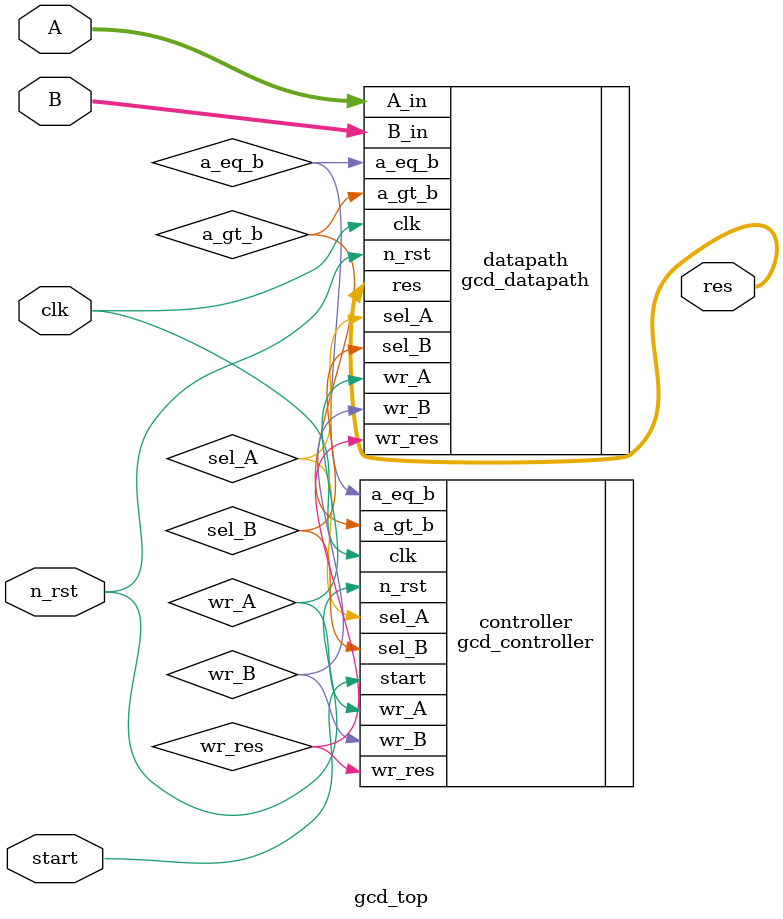
<source format=v>
`timescale 1ns / 1ps


module gcd_top
#(parameter N =32)(
    input clk, n_rst,
    input start,
    input wire [N-1: 0] A, B,
    output wire [N-1: 0] res
    );

    // input clk, n_rst,
    // input start,
    // input a_eq_b, a_gt_b,
    // output reg sel_A, sel_B, 
    // output reg wr_A, wr_B, 
    // output reg wr_res
    wire a_eq_b, a_gt_b, sel_A, sel_B, wr_A, wr_B,wr_res;
    
    gcd_controller controller(
        .clk(clk),
        .n_rst(n_rst),
        .start(start),
        .a_eq_b(a_eq_b),
        .a_gt_b(a_gt_b),
        .sel_A(sel_A),
        .sel_B(sel_B),
        .wr_A(wr_A),
        .wr_B(wr_B),
        .wr_res(wr_res)
    );

//  input clk, n_rst,
//     input wire [N-1: 0] A_in, B_in,
//     input sel_A, sel_B, 
//     input wr_A, wr_B, wr_res,
//     output wire a_eq_b, a_gt_b,
//     output wire [N-1: 0] res

    gcd_datapath datapath(
        .clk(clk),
        .n_rst(n_rst),
        .A_in(A), 
        .B_in(B),
        .sel_A(sel_A),
        .sel_B(sel_B),
        .wr_A(wr_A),
        .wr_B(wr_B),
        .wr_res(wr_res),
        .a_eq_b(a_eq_b),
        .a_gt_b(a_gt_b),
        .res(res)
    );
    
endmodule

</source>
